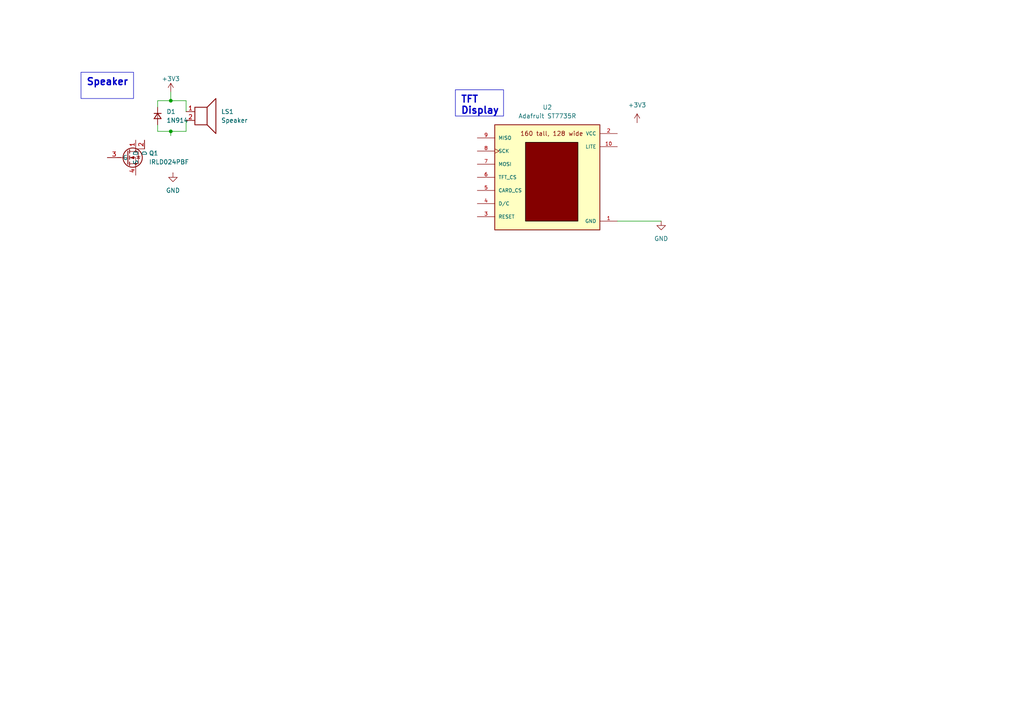
<source format=kicad_sch>
(kicad_sch (version 20250114) (generator "eeschema") (generator_version "9.0")
  (paper "A4")
  (lib_symbols
    (symbol "Device:D_Small" (pin_numbers (hide yes)) (pin_names (offset 0.254) (hide yes))
      (property "Reference" "D" (at -1.27 2.032 0))
      (property "Value" "D_Small" (at -3.81 -2.032 0))
      (symbol "D_Small_0_1"
        (polyline (pts (xy -0.762 0) (xy 0.762 0)))
        (polyline (pts (xy -0.762 -1.016) (xy -0.762 1.016)) (stroke (width 0.254)))
        (polyline (pts (xy 0.762 -1.016) (xy -0.762 0) (xy 0.762 1.016) (xy 0.762 -1.016)) (stroke (width 0.254)))
      )
      (symbol "D_Small_1_1"
        (pin passive line (at -2.54 0 0) (length 1.778) (name "K") (number "1"))
        (pin passive line (at 2.54 0 180) (length 1.778) (name "A") (number "2"))
      )
    )
    (symbol "ECE445L:Adafruit_ST7735R" (pin_names (offset 1.016))
      (property "Reference" "U?" (at -15.24 16.002 0))
      (property "Value" "Adafruit ST7735R" (at -15.24 -17.78 0))
      (symbol "Adafruit_ST7735R_0_0"
        (rectangle (start -15.24 15.24) (end 15.24 -15.24) (stroke (width 0.254)) (fill (type background)))
      )
      (symbol "Adafruit_ST7735R_1_0"
        (pin output line (at -20.32 11.43 0) (length 5.08) (name "MISO") (number "9"))
        (pin input clock (at -20.32 7.62 0) (length 5.08) (name "SCK") (number "8"))
        (pin input line (at -20.32 3.81 0) (length 5.08) (name "MOSI") (number "7"))
        (pin input line (at -20.32 0 0) (length 5.08) (name "TFT_CS") (number "6"))
        (pin input line (at -20.32 -3.81 0) (length 5.08) (name "CARD_CS") (number "5"))
        (pin input line (at -20.32 -7.62 0) (length 5.08) (name "D/C") (number "4"))
        (pin input line (at -20.32 -11.43 0) (length 5.08) (name "RESET") (number "3"))
        (pin power_in line (at 20.32 12.7 180) (length 5.08) (name "VCC") (number "2"))
        (pin power_in line (at 20.32 8.89 180) (length 5.08) (name "LITE") (number "10"))
        (pin power_in line (at 20.32 -12.7 180) (length 5.08) (name "GND") (number "1"))
      )
      (symbol "Adafruit_ST7735R_1_1"
        (rectangle (start -6.35 10.16) (end 8.89 -12.7) (stroke (width 0) (color 0 0 0 1)) (fill (type color) (color 132 0 0 1)))
        (text "160 tall, 128 wide" (at 1.27 12.7 0) (effects (font (size 1.27 1.27))))
      )
    )
    (symbol "ECE445L:IRLD024PBF"
      (property "Reference" "Q" (at 6.35 5.715 0))
      (property "Value" "IRLD024PBF" (at 16.51 -1.905 0))
      (symbol "IRLD024PBF_0_1"
        (polyline (pts (xy 11.43 0.635) (xy 8.636 0.635)))
        (polyline (pts (xy 11.684 2.54) (xy 11.684 -1.27)) (stroke (width 0.254)))
        (polyline (pts (xy 12.192 2.921) (xy 12.192 1.905)) (stroke (width 0.254)))
        (polyline (pts (xy 12.192 1.143) (xy 12.192 0.127)) (stroke (width 0.254)))
        (polyline (pts (xy 12.192 -0.635) (xy 12.192 -1.651)) (stroke (width 0.254)))
        (polyline (pts (xy 12.192 -1.143) (xy 14.732 -1.143) (xy 14.732 2.413) (xy 12.192 2.413)))
        (polyline (pts (xy 12.446 0.635) (xy 13.462 1.016) (xy 13.462 0.254) (xy 12.446 0.635)) (fill (type outline)))
        (circle (center 13.081 0.635) (radius 2.794) (stroke (width 0.254)))
        (polyline (pts (xy 13.97 3.175) (xy 13.97 2.413)))
        (circle (center 13.97 2.413) (radius 0.254) (fill (type outline)))
        (circle (center 13.97 -1.143) (radius 0.254) (fill (type outline)))
        (polyline (pts (xy 13.97 -1.905) (xy 13.97 0.635) (xy 12.192 0.635)))
        (polyline (pts (xy 14.224 1.143) (xy 14.351 1.016) (xy 15.113 1.016) (xy 15.24 0.889)))
        (polyline (pts (xy 14.732 1.016) (xy 14.351 0.381) (xy 15.113 0.381) (xy 14.732 1.016)))
        (polyline (pts (xy 16.51 3.175) (xy 13.97 3.175)))
      )
      (symbol "IRLD024PBF_1_1"
        (pin input line (at 5.715 0.635 0) (length 4) (name "G") (number "3"))
        (pin passive line (at 13.97 5.715 270) (length 2.54) (name "D") (number "1"))
        (pin passive line (at 13.97 -4.445 90) (length 2.54) (name "S") (number "4"))
        (pin passive line (at 16.51 5.715 270) (length 2.54) (name "D") (number "2"))
      )
    )
    (symbol "ECE445L:Speaker" (pin_names (offset 0) (hide yes))
      (property "Reference" "J" (at 1.27 5.715 0))
      (property "Value" "Speaker" (at 1.27 3.81 0))
      (symbol "Speaker_0_0"
        (rectangle (start -2.54 1.27) (end 1.016 -3.81) (stroke (width 0.254)))
        (polyline (pts (xy 1.016 1.27) (xy 3.556 3.81) (xy 3.556 -6.35) (xy 1.016 -3.81)) (stroke (width 0.254)))
      )
      (symbol "Speaker_1_1"
        (pin input line (at -5.08 0 0) (length 2.54) (name "1") (number "1"))
        (pin input line (at -5.08 -2.54 0) (length 2.54) (name "2") (number "2"))
      )
    )
    (symbol "power:+3V3" (power) (pin_numbers (hide yes)) (pin_names (offset 0) (hide yes))
      (property "Value" "+3V3" (at 0 3.556 0))
      (symbol "+3V3_0_1"
        (polyline (pts (xy -0.762 1.27) (xy 0 2.54)))
        (polyline (pts (xy 0 2.54) (xy 0.762 1.27)))
        (polyline (pts (xy 0 0) (xy 0 2.54)))
      )
      (symbol "+3V3_1_1"
        (pin power_in line (at 0 0 90) (length 0) (name "~") (number "1"))
      )
    )
    (symbol "power:GND" (power) (pin_numbers (hide yes)) (pin_names (offset 0) (hide yes))
      (property "Value" "GND" (at 0 -3.81 0))
      (symbol "GND_0_1"
        (polyline (pts (xy 0 0) (xy 0 -1.27) (xy 1.27 -1.27) (xy 0 -2.54) (xy -1.27 -1.27) (xy 0 -1.27)))
      )
      (symbol "GND_1_1"
        (pin power_in line (at 0 0 270) (length 0) (name "~") (number "1"))
      )
    )
  )
  (text_box "TFT Display" (at 132.08 26.035 0) (size 13.97 7.62) (margins 1.5 1.5 1.5 1.5) (effects (font (size 2 2) (thickness 0.4) (bold yes)) (justify left top)))
  (text_box "Speaker" (at 23.495 20.955 0) (size 15.24 7.62) (margins 1.5 1.5 1.5 1.5) (effects (font (size 2 2) (thickness 0.4) (bold yes)) (justify left top)))
  (junction (at 49.53 29.21))
  (junction (at 49.53 38.1))
  (wire (pts (xy 53.975 29.21) (xy 53.975 32.385)))
  (wire (pts (xy 49.53 29.21) (xy 53.975 29.21)))
  (wire (pts (xy 53.975 34.925) (xy 53.975 38.1)))
  (wire (pts (xy 45.72 29.21) (xy 45.72 31.115)))
  (wire (pts (xy 45.72 38.1) (xy 45.72 36.195)))
  (wire (pts (xy 191.77 64.135) (xy 179.07 64.135)))
  (wire (pts (xy 49.53 39.37) (xy 49.53 38.1)))
  (wire (pts (xy 45.72 29.21) (xy 49.53 29.21)))
  (wire (pts (xy 49.53 38.1) (xy 53.975 38.1)))
  (wire (pts (xy 45.72 38.1) (xy 49.53 38.1)))
  (wire (pts (xy 49.53 26.67) (xy 49.53 29.21)))
  (symbol (lib_id "Device:D_Small") (at 45.72 33.655 270) (unit 1)
    (property "Reference" "D1" (at 48.26 32.385 90) (effects (justify left)))
    (property "Value" "1N914" (at 48.26 34.925 90) (effects (justify left)))
    (property "Footprint" "Diode_THT:D_5W_P12.70mm_Horizontal" (effects (hide yes)))
    (property "Description" "Diode, small symbol" (effects (hide yes)))
    (property "Cost" "0.10 " (effects (hide yes)))
    (property "Distributor" "Mouser" (effects (hide yes)))
    (property "Manufacturer" "onsemi" (effects (hide yes)))
    (property "P/N" "1N914 " (effects (hide yes)))
    (property "Sim.Device" "D" (effects (hide yes)))
    (property "Sim.Pins" "1=K 2=A" (effects (hide yes)))
  )
  (symbol (lib_id "power:+3V3") (at 49.53 26.67 0) (unit 1)
    (property "Reference" "#PWR01" (effects (hide yes)))
    (property "Value" "+3V3" (at 49.53 22.86 0))
    (property "Description" "Power symbol creates a global label with name \"+3V3\"" (effects (hide yes)))
  )
  (symbol (lib_id "ECE445L:Speaker") (at 59.055 32.385 0) (unit 1)
    (property "Reference" "LS1" (at 64.135 32.3849 0) (effects (justify left)))
    (property "Value" "Speaker" (at 64.135 34.9249 0) (effects (justify left)))
    (property "Footprint" "ECE445L:PinHeader_1x02_P2.54mm_Vertical" (effects (hide yes)))
    (property "Description" "Speaker" (effects (hide yes)))
  )
  (symbol (lib_id "power:+3V3") (at 184.785 35.56 0) (unit 1)
    (property "Reference" "#PWR07" (effects (hide yes)))
    (property "Value" "+3V3" (at 184.785 30.48 0))
    (property "Description" "Power symbol creates a global label with name \"+3V3\"" (effects (hide yes)))
  )
  (symbol (lib_id "ECE445L:IRLD024PBF") (at 25.4 46.355 0) (unit 1)
    (property "Reference" "Q1" (at 43.18 44.4499 0) (effects (justify left)))
    (property "Value" "IRLD024PBF" (at 43.18 46.9899 0) (effects (justify left)))
    (property "Footprint" "ECE445L:DIP920W60P254L490H457Q4N" (effects (hide yes)))
    (property "Datasheet" "http://www.vishay.com/docs/91308/sihld24.pdf" (effects (hide yes)))
    (property "Description" "Vishay IRLD024PBF N-channel MOSFET Transistor, 2.5 A, 60 V, 4-Pin HVMDIP" (effects (hide yes)))
    (property "Cost" "1.67" (effects (hide yes)))
    (property "Distributor" "Mouser" (effects (hide yes)))
    (property "Manufacturer" "Vishay" (effects (hide yes)))
    (property "P/N" "IRLD024PBF" (effects (hide yes)))
    (property "Height" "4.57" (effects (hide yes)))
    (property "Mouser Part Number" "844-IRLD024PBF" (effects (hide yes)))
    (property "Mouser Price/Stock" "https://www.mouser.co.uk/ProductDetail/Vishay-Siliconix/IRLD024PBF?qs=cvaI6ThkwxvrmVanJu5OcQ%3D%3D" (effects (hide yes)))
    (property "Manufacturer_Name" "Vishay" (effects (hide yes)))
    (property "Manufacturer_Part_Number" "IRLD024PBF" (effects (hide yes)))
  )
  (symbol (lib_id "power:GND") (at 50.165 50.165 0) (unit 1)
    (property "Reference" "#PWR02" (effects (hide yes)))
    (property "Value" "GND" (at 50.165 55.245 0))
    (property "Description" "Power symbol creates a global label with name \"GND\" , ground" (effects (hide yes)))
  )
  (symbol (lib_id "power:GND") (at 191.77 64.135 0) (unit 1)
    (property "Reference" "#PWR08" (effects (hide yes)))
    (property "Value" "GND" (at 191.77 69.215 0))
    (property "Description" "Power symbol creates a global label with name \"GND\" , ground" (effects (hide yes)))
  )
  (symbol (lib_id "ECE445L:Adafruit_ST7735R") (at 158.75 51.435 0) (unit 1)
    (property "Reference" "U2" (at 158.75 31.115 0))
    (property "Value" "Adafruit ST7735R" (at 158.75 33.655 0))
    (property "Footprint" "ECE445L:adafruit_st7735r2" (effects (hide yes)))
    (property "Datasheet" "https://www.mouser.com/datasheet/2/737/ST7735R_V0_2-2489618.pdf" (effects (hide yes)))
    (property "Distributor" "Mouser" (effects (hide yes)))
    (property "Manufacturer" "Adafruit" (effects (hide yes)))
    (property "P/N" "358" (effects (hide yes)))
    (property "Cost" "19.95" (effects (hide yes)))
  )
)
</source>
